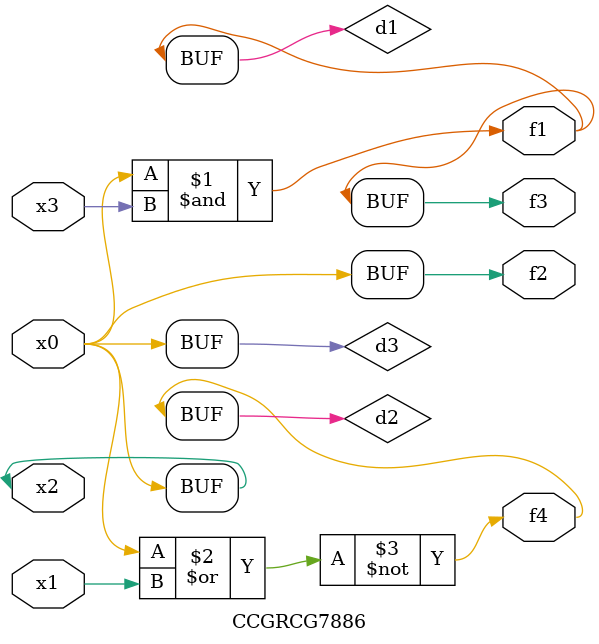
<source format=v>
module CCGRCG7886(
	input x0, x1, x2, x3,
	output f1, f2, f3, f4
);

	wire d1, d2, d3;

	and (d1, x2, x3);
	nor (d2, x0, x1);
	buf (d3, x0, x2);
	assign f1 = d1;
	assign f2 = d3;
	assign f3 = d1;
	assign f4 = d2;
endmodule

</source>
